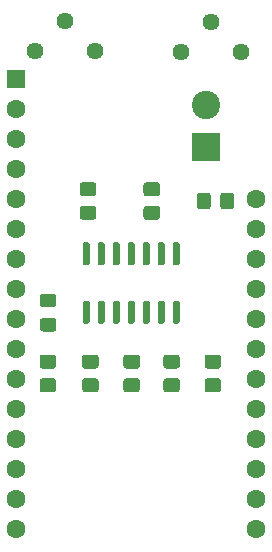
<source format=gts>
%TF.GenerationSoftware,KiCad,Pcbnew,5.1.7-a382d34a8~88~ubuntu18.04.1*%
%TF.CreationDate,2021-01-04T13:18:22+01:00*%
%TF.ProjectId,wearable_biosonification,77656172-6162-46c6-955f-62696f736f6e,rev?*%
%TF.SameCoordinates,Original*%
%TF.FileFunction,Soldermask,Top*%
%TF.FilePolarity,Negative*%
%FSLAX46Y46*%
G04 Gerber Fmt 4.6, Leading zero omitted, Abs format (unit mm)*
G04 Created by KiCad (PCBNEW 5.1.7-a382d34a8~88~ubuntu18.04.1) date 2021-01-04 13:18:22*
%MOMM*%
%LPD*%
G01*
G04 APERTURE LIST*
%ADD10C,1.600000*%
%ADD11R,1.600000X1.600000*%
%ADD12C,1.440000*%
%ADD13C,2.400000*%
%ADD14R,2.400000X2.400000*%
G04 APERTURE END LIST*
D10*
%TO.C,A1*%
X89920000Y-97000000D03*
X89920000Y-94460000D03*
X89920000Y-91920000D03*
X89920000Y-89380000D03*
X89920000Y-86840000D03*
X89920000Y-84300000D03*
X89920000Y-81760000D03*
X89920000Y-79220000D03*
X89920000Y-76680000D03*
X89920000Y-74140000D03*
X89920000Y-71600000D03*
X89920000Y-69060000D03*
D11*
X69600000Y-58900000D03*
D10*
X69600000Y-61440000D03*
X69600000Y-63980000D03*
X69600000Y-66520000D03*
X69600000Y-69060000D03*
X69600000Y-71600000D03*
X69600000Y-74140000D03*
X69600000Y-76680000D03*
X69600000Y-79220000D03*
X69600000Y-81760000D03*
X69600000Y-84300000D03*
X69600000Y-86840000D03*
X69600000Y-89380000D03*
X69600000Y-91920000D03*
X69600000Y-94460000D03*
X69600000Y-97000000D03*
%TD*%
%TO.C,R8*%
G36*
G01*
X72750001Y-83400000D02*
X71849999Y-83400000D01*
G75*
G02*
X71600000Y-83150001I0J249999D01*
G01*
X71600000Y-82449999D01*
G75*
G02*
X71849999Y-82200000I249999J0D01*
G01*
X72750001Y-82200000D01*
G75*
G02*
X73000000Y-82449999I0J-249999D01*
G01*
X73000000Y-83150001D01*
G75*
G02*
X72750001Y-83400000I-249999J0D01*
G01*
G37*
G36*
G01*
X72750001Y-85400000D02*
X71849999Y-85400000D01*
G75*
G02*
X71600000Y-85150001I0J249999D01*
G01*
X71600000Y-84449999D01*
G75*
G02*
X71849999Y-84200000I249999J0D01*
G01*
X72750001Y-84200000D01*
G75*
G02*
X73000000Y-84449999I0J-249999D01*
G01*
X73000000Y-85150001D01*
G75*
G02*
X72750001Y-85400000I-249999J0D01*
G01*
G37*
%TD*%
%TO.C,D1*%
G36*
G01*
X72775001Y-78200000D02*
X71874999Y-78200000D01*
G75*
G02*
X71625000Y-77950001I0J249999D01*
G01*
X71625000Y-77299999D01*
G75*
G02*
X71874999Y-77050000I249999J0D01*
G01*
X72775001Y-77050000D01*
G75*
G02*
X73025000Y-77299999I0J-249999D01*
G01*
X73025000Y-77950001D01*
G75*
G02*
X72775001Y-78200000I-249999J0D01*
G01*
G37*
G36*
G01*
X72775001Y-80250000D02*
X71874999Y-80250000D01*
G75*
G02*
X71625000Y-80000001I0J249999D01*
G01*
X71625000Y-79349999D01*
G75*
G02*
X71874999Y-79100000I249999J0D01*
G01*
X72775001Y-79100000D01*
G75*
G02*
X73025000Y-79349999I0J-249999D01*
G01*
X73025000Y-80000001D01*
G75*
G02*
X72775001Y-80250000I-249999J0D01*
G01*
G37*
%TD*%
%TO.C,U1*%
G36*
G01*
X83010000Y-77650000D02*
X83310000Y-77650000D01*
G75*
G02*
X83460000Y-77800000I0J-150000D01*
G01*
X83460000Y-79450000D01*
G75*
G02*
X83310000Y-79600000I-150000J0D01*
G01*
X83010000Y-79600000D01*
G75*
G02*
X82860000Y-79450000I0J150000D01*
G01*
X82860000Y-77800000D01*
G75*
G02*
X83010000Y-77650000I150000J0D01*
G01*
G37*
G36*
G01*
X81740000Y-77650000D02*
X82040000Y-77650000D01*
G75*
G02*
X82190000Y-77800000I0J-150000D01*
G01*
X82190000Y-79450000D01*
G75*
G02*
X82040000Y-79600000I-150000J0D01*
G01*
X81740000Y-79600000D01*
G75*
G02*
X81590000Y-79450000I0J150000D01*
G01*
X81590000Y-77800000D01*
G75*
G02*
X81740000Y-77650000I150000J0D01*
G01*
G37*
G36*
G01*
X80470000Y-77650000D02*
X80770000Y-77650000D01*
G75*
G02*
X80920000Y-77800000I0J-150000D01*
G01*
X80920000Y-79450000D01*
G75*
G02*
X80770000Y-79600000I-150000J0D01*
G01*
X80470000Y-79600000D01*
G75*
G02*
X80320000Y-79450000I0J150000D01*
G01*
X80320000Y-77800000D01*
G75*
G02*
X80470000Y-77650000I150000J0D01*
G01*
G37*
G36*
G01*
X79200000Y-77650000D02*
X79500000Y-77650000D01*
G75*
G02*
X79650000Y-77800000I0J-150000D01*
G01*
X79650000Y-79450000D01*
G75*
G02*
X79500000Y-79600000I-150000J0D01*
G01*
X79200000Y-79600000D01*
G75*
G02*
X79050000Y-79450000I0J150000D01*
G01*
X79050000Y-77800000D01*
G75*
G02*
X79200000Y-77650000I150000J0D01*
G01*
G37*
G36*
G01*
X77930000Y-77650000D02*
X78230000Y-77650000D01*
G75*
G02*
X78380000Y-77800000I0J-150000D01*
G01*
X78380000Y-79450000D01*
G75*
G02*
X78230000Y-79600000I-150000J0D01*
G01*
X77930000Y-79600000D01*
G75*
G02*
X77780000Y-79450000I0J150000D01*
G01*
X77780000Y-77800000D01*
G75*
G02*
X77930000Y-77650000I150000J0D01*
G01*
G37*
G36*
G01*
X76660000Y-77650000D02*
X76960000Y-77650000D01*
G75*
G02*
X77110000Y-77800000I0J-150000D01*
G01*
X77110000Y-79450000D01*
G75*
G02*
X76960000Y-79600000I-150000J0D01*
G01*
X76660000Y-79600000D01*
G75*
G02*
X76510000Y-79450000I0J150000D01*
G01*
X76510000Y-77800000D01*
G75*
G02*
X76660000Y-77650000I150000J0D01*
G01*
G37*
G36*
G01*
X75390000Y-77650000D02*
X75690000Y-77650000D01*
G75*
G02*
X75840000Y-77800000I0J-150000D01*
G01*
X75840000Y-79450000D01*
G75*
G02*
X75690000Y-79600000I-150000J0D01*
G01*
X75390000Y-79600000D01*
G75*
G02*
X75240000Y-79450000I0J150000D01*
G01*
X75240000Y-77800000D01*
G75*
G02*
X75390000Y-77650000I150000J0D01*
G01*
G37*
G36*
G01*
X75390000Y-72700000D02*
X75690000Y-72700000D01*
G75*
G02*
X75840000Y-72850000I0J-150000D01*
G01*
X75840000Y-74500000D01*
G75*
G02*
X75690000Y-74650000I-150000J0D01*
G01*
X75390000Y-74650000D01*
G75*
G02*
X75240000Y-74500000I0J150000D01*
G01*
X75240000Y-72850000D01*
G75*
G02*
X75390000Y-72700000I150000J0D01*
G01*
G37*
G36*
G01*
X76660000Y-72700000D02*
X76960000Y-72700000D01*
G75*
G02*
X77110000Y-72850000I0J-150000D01*
G01*
X77110000Y-74500000D01*
G75*
G02*
X76960000Y-74650000I-150000J0D01*
G01*
X76660000Y-74650000D01*
G75*
G02*
X76510000Y-74500000I0J150000D01*
G01*
X76510000Y-72850000D01*
G75*
G02*
X76660000Y-72700000I150000J0D01*
G01*
G37*
G36*
G01*
X77930000Y-72700000D02*
X78230000Y-72700000D01*
G75*
G02*
X78380000Y-72850000I0J-150000D01*
G01*
X78380000Y-74500000D01*
G75*
G02*
X78230000Y-74650000I-150000J0D01*
G01*
X77930000Y-74650000D01*
G75*
G02*
X77780000Y-74500000I0J150000D01*
G01*
X77780000Y-72850000D01*
G75*
G02*
X77930000Y-72700000I150000J0D01*
G01*
G37*
G36*
G01*
X79200000Y-72700000D02*
X79500000Y-72700000D01*
G75*
G02*
X79650000Y-72850000I0J-150000D01*
G01*
X79650000Y-74500000D01*
G75*
G02*
X79500000Y-74650000I-150000J0D01*
G01*
X79200000Y-74650000D01*
G75*
G02*
X79050000Y-74500000I0J150000D01*
G01*
X79050000Y-72850000D01*
G75*
G02*
X79200000Y-72700000I150000J0D01*
G01*
G37*
G36*
G01*
X80470000Y-72700000D02*
X80770000Y-72700000D01*
G75*
G02*
X80920000Y-72850000I0J-150000D01*
G01*
X80920000Y-74500000D01*
G75*
G02*
X80770000Y-74650000I-150000J0D01*
G01*
X80470000Y-74650000D01*
G75*
G02*
X80320000Y-74500000I0J150000D01*
G01*
X80320000Y-72850000D01*
G75*
G02*
X80470000Y-72700000I150000J0D01*
G01*
G37*
G36*
G01*
X81740000Y-72700000D02*
X82040000Y-72700000D01*
G75*
G02*
X82190000Y-72850000I0J-150000D01*
G01*
X82190000Y-74500000D01*
G75*
G02*
X82040000Y-74650000I-150000J0D01*
G01*
X81740000Y-74650000D01*
G75*
G02*
X81590000Y-74500000I0J150000D01*
G01*
X81590000Y-72850000D01*
G75*
G02*
X81740000Y-72700000I150000J0D01*
G01*
G37*
G36*
G01*
X83010000Y-72700000D02*
X83310000Y-72700000D01*
G75*
G02*
X83460000Y-72850000I0J-150000D01*
G01*
X83460000Y-74500000D01*
G75*
G02*
X83310000Y-74650000I-150000J0D01*
G01*
X83010000Y-74650000D01*
G75*
G02*
X82860000Y-74500000I0J150000D01*
G01*
X82860000Y-72850000D01*
G75*
G02*
X83010000Y-72700000I150000J0D01*
G01*
G37*
%TD*%
D12*
%TO.C,RV2*%
X71200000Y-56500000D03*
X73740000Y-53960000D03*
X76280000Y-56500000D03*
%TD*%
%TO.C,RV1*%
X83600000Y-56600000D03*
X86140000Y-54060000D03*
X88680000Y-56600000D03*
%TD*%
%TO.C,R7*%
G36*
G01*
X75449999Y-84200000D02*
X76350001Y-84200000D01*
G75*
G02*
X76600000Y-84449999I0J-249999D01*
G01*
X76600000Y-85150001D01*
G75*
G02*
X76350001Y-85400000I-249999J0D01*
G01*
X75449999Y-85400000D01*
G75*
G02*
X75200000Y-85150001I0J249999D01*
G01*
X75200000Y-84449999D01*
G75*
G02*
X75449999Y-84200000I249999J0D01*
G01*
G37*
G36*
G01*
X75449999Y-82200000D02*
X76350001Y-82200000D01*
G75*
G02*
X76600000Y-82449999I0J-249999D01*
G01*
X76600000Y-83150001D01*
G75*
G02*
X76350001Y-83400000I-249999J0D01*
G01*
X75449999Y-83400000D01*
G75*
G02*
X75200000Y-83150001I0J249999D01*
G01*
X75200000Y-82449999D01*
G75*
G02*
X75449999Y-82200000I249999J0D01*
G01*
G37*
%TD*%
%TO.C,R6*%
G36*
G01*
X78949999Y-84200000D02*
X79850001Y-84200000D01*
G75*
G02*
X80100000Y-84449999I0J-249999D01*
G01*
X80100000Y-85150001D01*
G75*
G02*
X79850001Y-85400000I-249999J0D01*
G01*
X78949999Y-85400000D01*
G75*
G02*
X78700000Y-85150001I0J249999D01*
G01*
X78700000Y-84449999D01*
G75*
G02*
X78949999Y-84200000I249999J0D01*
G01*
G37*
G36*
G01*
X78949999Y-82200000D02*
X79850001Y-82200000D01*
G75*
G02*
X80100000Y-82449999I0J-249999D01*
G01*
X80100000Y-83150001D01*
G75*
G02*
X79850001Y-83400000I-249999J0D01*
G01*
X78949999Y-83400000D01*
G75*
G02*
X78700000Y-83150001I0J249999D01*
G01*
X78700000Y-82449999D01*
G75*
G02*
X78949999Y-82200000I249999J0D01*
G01*
G37*
%TD*%
%TO.C,R5*%
G36*
G01*
X82324999Y-84200000D02*
X83225001Y-84200000D01*
G75*
G02*
X83475000Y-84449999I0J-249999D01*
G01*
X83475000Y-85150001D01*
G75*
G02*
X83225001Y-85400000I-249999J0D01*
G01*
X82324999Y-85400000D01*
G75*
G02*
X82075000Y-85150001I0J249999D01*
G01*
X82075000Y-84449999D01*
G75*
G02*
X82324999Y-84200000I249999J0D01*
G01*
G37*
G36*
G01*
X82324999Y-82200000D02*
X83225001Y-82200000D01*
G75*
G02*
X83475000Y-82449999I0J-249999D01*
G01*
X83475000Y-83150001D01*
G75*
G02*
X83225001Y-83400000I-249999J0D01*
G01*
X82324999Y-83400000D01*
G75*
G02*
X82075000Y-83150001I0J249999D01*
G01*
X82075000Y-82449999D01*
G75*
G02*
X82324999Y-82200000I249999J0D01*
G01*
G37*
%TD*%
%TO.C,R4*%
G36*
G01*
X85824999Y-84200000D02*
X86725001Y-84200000D01*
G75*
G02*
X86975000Y-84449999I0J-249999D01*
G01*
X86975000Y-85150001D01*
G75*
G02*
X86725001Y-85400000I-249999J0D01*
G01*
X85824999Y-85400000D01*
G75*
G02*
X85575000Y-85150001I0J249999D01*
G01*
X85575000Y-84449999D01*
G75*
G02*
X85824999Y-84200000I249999J0D01*
G01*
G37*
G36*
G01*
X85824999Y-82200000D02*
X86725001Y-82200000D01*
G75*
G02*
X86975000Y-82449999I0J-249999D01*
G01*
X86975000Y-83150001D01*
G75*
G02*
X86725001Y-83400000I-249999J0D01*
G01*
X85824999Y-83400000D01*
G75*
G02*
X85575000Y-83150001I0J249999D01*
G01*
X85575000Y-82449999D01*
G75*
G02*
X85824999Y-82200000I249999J0D01*
G01*
G37*
%TD*%
%TO.C,R3*%
G36*
G01*
X88100000Y-68749999D02*
X88100000Y-69650001D01*
G75*
G02*
X87850001Y-69900000I-249999J0D01*
G01*
X87149999Y-69900000D01*
G75*
G02*
X86900000Y-69650001I0J249999D01*
G01*
X86900000Y-68749999D01*
G75*
G02*
X87149999Y-68500000I249999J0D01*
G01*
X87850001Y-68500000D01*
G75*
G02*
X88100000Y-68749999I0J-249999D01*
G01*
G37*
G36*
G01*
X86100000Y-68749999D02*
X86100000Y-69650001D01*
G75*
G02*
X85850001Y-69900000I-249999J0D01*
G01*
X85149999Y-69900000D01*
G75*
G02*
X84900000Y-69650001I0J249999D01*
G01*
X84900000Y-68749999D01*
G75*
G02*
X85149999Y-68500000I249999J0D01*
G01*
X85850001Y-68500000D01*
G75*
G02*
X86100000Y-68749999I0J-249999D01*
G01*
G37*
%TD*%
%TO.C,R2*%
G36*
G01*
X75249999Y-69600000D02*
X76150001Y-69600000D01*
G75*
G02*
X76400000Y-69849999I0J-249999D01*
G01*
X76400000Y-70550001D01*
G75*
G02*
X76150001Y-70800000I-249999J0D01*
G01*
X75249999Y-70800000D01*
G75*
G02*
X75000000Y-70550001I0J249999D01*
G01*
X75000000Y-69849999D01*
G75*
G02*
X75249999Y-69600000I249999J0D01*
G01*
G37*
G36*
G01*
X75249999Y-67600000D02*
X76150001Y-67600000D01*
G75*
G02*
X76400000Y-67849999I0J-249999D01*
G01*
X76400000Y-68550001D01*
G75*
G02*
X76150001Y-68800000I-249999J0D01*
G01*
X75249999Y-68800000D01*
G75*
G02*
X75000000Y-68550001I0J249999D01*
G01*
X75000000Y-67849999D01*
G75*
G02*
X75249999Y-67600000I249999J0D01*
G01*
G37*
%TD*%
%TO.C,R1*%
G36*
G01*
X80649999Y-69600000D02*
X81550001Y-69600000D01*
G75*
G02*
X81800000Y-69849999I0J-249999D01*
G01*
X81800000Y-70550001D01*
G75*
G02*
X81550001Y-70800000I-249999J0D01*
G01*
X80649999Y-70800000D01*
G75*
G02*
X80400000Y-70550001I0J249999D01*
G01*
X80400000Y-69849999D01*
G75*
G02*
X80649999Y-69600000I249999J0D01*
G01*
G37*
G36*
G01*
X80649999Y-67600000D02*
X81550001Y-67600000D01*
G75*
G02*
X81800000Y-67849999I0J-249999D01*
G01*
X81800000Y-68550001D01*
G75*
G02*
X81550001Y-68800000I-249999J0D01*
G01*
X80649999Y-68800000D01*
G75*
G02*
X80400000Y-68550001I0J249999D01*
G01*
X80400000Y-67849999D01*
G75*
G02*
X80649999Y-67600000I249999J0D01*
G01*
G37*
%TD*%
D13*
%TO.C,J1*%
X85700000Y-61100000D03*
D14*
X85700000Y-64600000D03*
%TD*%
M02*

</source>
